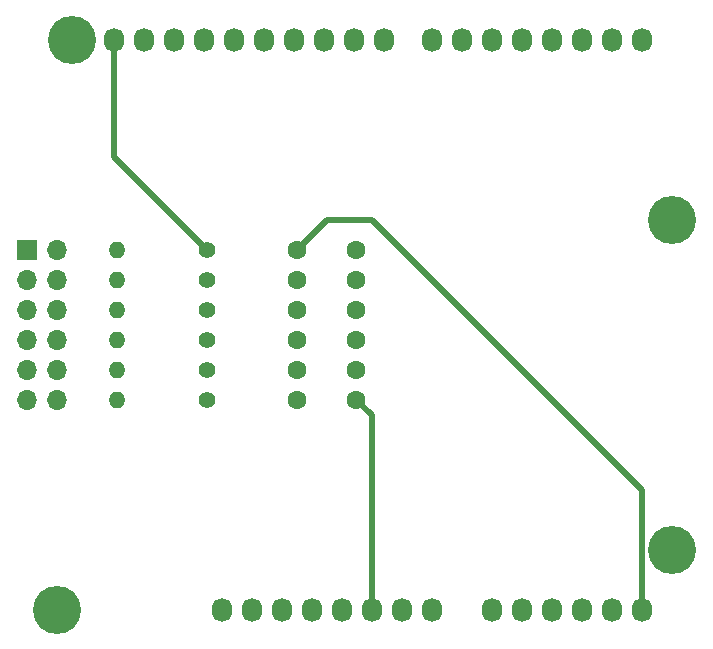
<source format=gbr>
%TF.GenerationSoftware,KiCad,Pcbnew,5.1.6-c6e7f7d~87~ubuntu18.04.1*%
%TF.CreationDate,2020-08-09T15:00:25+02:00*%
%TF.ProjectId,uno-analog-input,756e6f2d-616e-4616-9c6f-672d696e7075,rev?*%
%TF.SameCoordinates,PX69db1f0PY7882d48*%
%TF.FileFunction,Copper,L1,Top*%
%TF.FilePolarity,Positive*%
%FSLAX46Y46*%
G04 Gerber Fmt 4.6, Leading zero omitted, Abs format (unit mm)*
G04 Created by KiCad (PCBNEW 5.1.6-c6e7f7d~87~ubuntu18.04.1) date 2020-08-09 15:00:25*
%MOMM*%
%LPD*%
G01*
G04 APERTURE LIST*
%TA.AperFunction,ComponentPad*%
%ADD10O,1.727200X2.032000*%
%TD*%
%TA.AperFunction,ComponentPad*%
%ADD11C,4.064000*%
%TD*%
%TA.AperFunction,ComponentPad*%
%ADD12C,1.600000*%
%TD*%
%TA.AperFunction,ComponentPad*%
%ADD13R,1.700000X1.700000*%
%TD*%
%TA.AperFunction,ComponentPad*%
%ADD14O,1.700000X1.700000*%
%TD*%
%TA.AperFunction,ComponentPad*%
%ADD15O,1.400000X1.400000*%
%TD*%
%TA.AperFunction,ComponentPad*%
%ADD16C,1.400000*%
%TD*%
%TA.AperFunction,Conductor*%
%ADD17C,0.500000*%
%TD*%
G04 APERTURE END LIST*
D10*
%TO.P,P1,1*%
%TO.N,Net-(P1-Pad1)*%
X27940000Y2540000D03*
%TO.P,P1,2*%
%TO.N,/IOREF*%
X30480000Y2540000D03*
%TO.P,P1,3*%
%TO.N,/Reset*%
X33020000Y2540000D03*
%TO.P,P1,4*%
%TO.N,+3V3*%
X35560000Y2540000D03*
%TO.P,P1,5*%
%TO.N,+5V*%
X38100000Y2540000D03*
%TO.P,P1,6*%
%TO.N,GND*%
X40640000Y2540000D03*
%TO.P,P1,7*%
X43180000Y2540000D03*
%TO.P,P1,8*%
%TO.N,/Vin*%
X45720000Y2540000D03*
%TD*%
%TO.P,P2,1*%
%TO.N,/A0*%
X50800000Y2540000D03*
%TO.P,P2,2*%
%TO.N,/A1*%
X53340000Y2540000D03*
%TO.P,P2,3*%
%TO.N,/A2*%
X55880000Y2540000D03*
%TO.P,P2,4*%
%TO.N,/A3*%
X58420000Y2540000D03*
%TO.P,P2,5*%
%TO.N,/A4(SDA)*%
X60960000Y2540000D03*
%TO.P,P2,6*%
%TO.N,/A5(SCL)*%
X63500000Y2540000D03*
%TD*%
%TO.P,P3,1*%
%TO.N,/A5(SCL)*%
X18796000Y50800000D03*
%TO.P,P3,2*%
%TO.N,/A4(SDA)*%
X21336000Y50800000D03*
%TO.P,P3,3*%
%TO.N,/AREF*%
X23876000Y50800000D03*
%TO.P,P3,4*%
%TO.N,GND*%
X26416000Y50800000D03*
%TO.P,P3,5*%
%TO.N,/13(SCK)*%
X28956000Y50800000D03*
%TO.P,P3,6*%
%TO.N,/12(MISO)*%
X31496000Y50800000D03*
%TO.P,P3,7*%
%TO.N,/11(\u002A\u002A/MOSI)*%
X34036000Y50800000D03*
%TO.P,P3,8*%
%TO.N,/10(\u002A\u002A/SS)*%
X36576000Y50800000D03*
%TO.P,P3,9*%
%TO.N,/9(\u002A\u002A)*%
X39116000Y50800000D03*
%TO.P,P3,10*%
%TO.N,/8*%
X41656000Y50800000D03*
%TD*%
%TO.P,P4,1*%
%TO.N,/7*%
X45720000Y50800000D03*
%TO.P,P4,2*%
%TO.N,/6(\u002A\u002A)*%
X48260000Y50800000D03*
%TO.P,P4,3*%
%TO.N,/5(\u002A\u002A)*%
X50800000Y50800000D03*
%TO.P,P4,4*%
%TO.N,/4*%
X53340000Y50800000D03*
%TO.P,P4,5*%
%TO.N,/3(\u002A\u002A)*%
X55880000Y50800000D03*
%TO.P,P4,6*%
%TO.N,/2*%
X58420000Y50800000D03*
%TO.P,P4,7*%
%TO.N,/1(Tx)*%
X60960000Y50800000D03*
%TO.P,P4,8*%
%TO.N,/0(Rx)*%
X63500000Y50800000D03*
%TD*%
D11*
%TO.P,P5,1*%
%TO.N,Net-(P5-Pad1)*%
X13970000Y2540000D03*
%TD*%
%TO.P,P6,1*%
%TO.N,Net-(P6-Pad1)*%
X66040000Y7620000D03*
%TD*%
%TO.P,P7,1*%
%TO.N,Net-(P7-Pad1)*%
X15240000Y50800000D03*
%TD*%
%TO.P,P8,1*%
%TO.N,Net-(P8-Pad1)*%
X66040000Y35560000D03*
%TD*%
D12*
%TO.P,C1,1*%
%TO.N,/A5(SCL)*%
X34290000Y33020000D03*
%TO.P,C1,2*%
%TO.N,GND*%
X39290000Y33020000D03*
%TD*%
%TO.P,C2,2*%
%TO.N,GND*%
X39290000Y30480000D03*
%TO.P,C2,1*%
%TO.N,/A4(SDA)*%
X34290000Y30480000D03*
%TD*%
%TO.P,C3,1*%
%TO.N,/A3*%
X34290000Y27940000D03*
%TO.P,C3,2*%
%TO.N,GND*%
X39290000Y27940000D03*
%TD*%
%TO.P,C4,2*%
%TO.N,GND*%
X39290000Y25400000D03*
%TO.P,C4,1*%
%TO.N,/A2*%
X34290000Y25400000D03*
%TD*%
%TO.P,C5,1*%
%TO.N,/A1*%
X34290000Y22860000D03*
%TO.P,C5,2*%
%TO.N,GND*%
X39290000Y22860000D03*
%TD*%
%TO.P,C6,2*%
%TO.N,GND*%
X39290000Y20320000D03*
%TO.P,C6,1*%
%TO.N,/A0*%
X34290000Y20320000D03*
%TD*%
D13*
%TO.P,J1,1*%
%TO.N,GND*%
X11430000Y33020000D03*
D14*
%TO.P,J1,2*%
%TO.N,Net-(J1-Pad2)*%
X13970000Y33020000D03*
%TO.P,J1,3*%
%TO.N,GND*%
X11430000Y30480000D03*
%TO.P,J1,4*%
%TO.N,Net-(J1-Pad4)*%
X13970000Y30480000D03*
%TO.P,J1,5*%
%TO.N,GND*%
X11430000Y27940000D03*
%TO.P,J1,6*%
%TO.N,Net-(J1-Pad6)*%
X13970000Y27940000D03*
%TO.P,J1,7*%
%TO.N,GND*%
X11430000Y25400000D03*
%TO.P,J1,8*%
%TO.N,Net-(J1-Pad8)*%
X13970000Y25400000D03*
%TO.P,J1,9*%
%TO.N,GND*%
X11430000Y22860000D03*
%TO.P,J1,10*%
%TO.N,Net-(J1-Pad10)*%
X13970000Y22860000D03*
%TO.P,J1,11*%
%TO.N,GND*%
X11430000Y20320000D03*
%TO.P,J1,12*%
%TO.N,Net-(J1-Pad12)*%
X13970000Y20320000D03*
%TD*%
D15*
%TO.P,R1,2*%
%TO.N,Net-(J1-Pad2)*%
X19050000Y33020000D03*
D16*
%TO.P,R1,1*%
%TO.N,/A5(SCL)*%
X26670000Y33020000D03*
%TD*%
%TO.P,R2,1*%
%TO.N,/A4(SDA)*%
X26670000Y30480000D03*
D15*
%TO.P,R2,2*%
%TO.N,Net-(J1-Pad4)*%
X19050000Y30480000D03*
%TD*%
%TO.P,R3,2*%
%TO.N,Net-(J1-Pad6)*%
X19050000Y27940000D03*
D16*
%TO.P,R3,1*%
%TO.N,/A3*%
X26670000Y27940000D03*
%TD*%
%TO.P,R4,1*%
%TO.N,/A2*%
X26670000Y25400000D03*
D15*
%TO.P,R4,2*%
%TO.N,Net-(J1-Pad8)*%
X19050000Y25400000D03*
%TD*%
%TO.P,R5,2*%
%TO.N,Net-(J1-Pad10)*%
X19050000Y22860000D03*
D16*
%TO.P,R5,1*%
%TO.N,/A1*%
X26670000Y22860000D03*
%TD*%
%TO.P,R6,1*%
%TO.N,/A0*%
X26670000Y20320000D03*
D15*
%TO.P,R6,2*%
%TO.N,Net-(J1-Pad12)*%
X19050000Y20320000D03*
%TD*%
D17*
%TO.N,GND*%
X40640000Y18970000D02*
X39290000Y20320000D01*
X40640000Y2540000D02*
X40640000Y18970000D01*
%TO.N,/A5(SCL)*%
X18796000Y40894000D02*
X26670000Y33020000D01*
X18796000Y50800000D02*
X18796000Y40894000D01*
X63500000Y12700000D02*
X63500000Y2540000D01*
X40640000Y35560000D02*
X63500000Y12700000D01*
X34290000Y33020000D02*
X36830000Y35560000D01*
X36830000Y35560000D02*
X40640000Y35560000D01*
%TD*%
M02*

</source>
